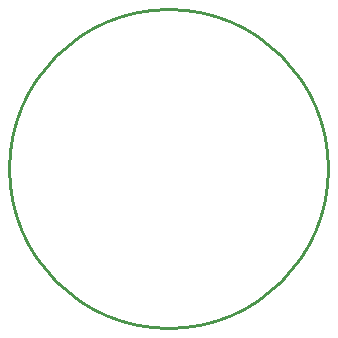
<source format=gko>
G04 Layer: BoardOutlineLayer*
G04 EasyEDA v6.5.34, 2023-09-24 11:42:33*
G04 85920c42d4f548bdae791b01a5babccf,ed70181f279245e6aff80281ee7dc86a,10*
G04 Gerber Generator version 0.2*
G04 Scale: 100 percent, Rotated: No, Reflected: No *
G04 Dimensions in millimeters *
G04 leading zeros omitted , absolute positions ,4 integer and 5 decimal *
%FSLAX45Y45*%
%MOMM*%

%ADD10C,0.2540*%
D10*
G75*
G01
X6350000Y4999990D02*
G03X6350000Y4999990I-1350010J0D01*

%LPD*%
M02*

</source>
